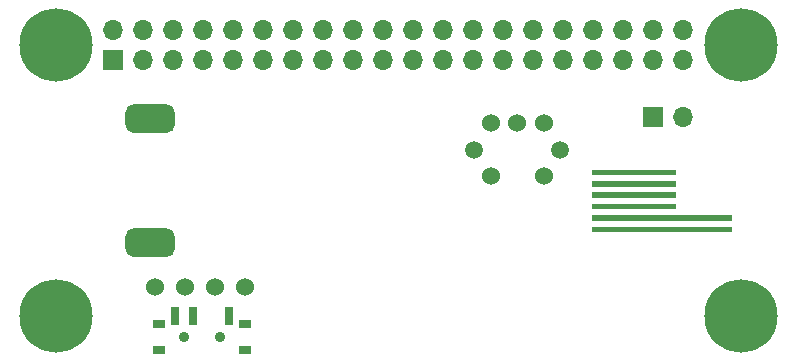
<source format=gbs>
G04 #@! TF.GenerationSoftware,KiCad,Pcbnew,(5.1.9)-1*
G04 #@! TF.CreationDate,2021-04-04T16:08:07-04:00*
G04 #@! TF.ProjectId,pi_zero_video_modulator,70695f7a-6572-46f5-9f76-6964656f5f6d,rev?*
G04 #@! TF.SameCoordinates,Original*
G04 #@! TF.FileFunction,Soldermask,Bot*
G04 #@! TF.FilePolarity,Negative*
%FSLAX46Y46*%
G04 Gerber Fmt 4.6, Leading zero omitted, Abs format (unit mm)*
G04 Created by KiCad (PCBNEW (5.1.9)-1) date 2021-04-04 16:08:07*
%MOMM*%
%LPD*%
G01*
G04 APERTURE LIST*
%ADD10C,0.100000*%
%ADD11C,1.500000*%
%ADD12C,1.524000*%
%ADD13R,1.000000X0.800000*%
%ADD14R,0.700000X1.500000*%
%ADD15C,0.900000*%
%ADD16O,1.700000X1.700000*%
%ADD17R,1.700000X1.700000*%
%ADD18C,6.200000*%
G04 APERTURE END LIST*
D10*
G36*
X73296780Y-43858180D02*
G01*
X61424820Y-43858180D01*
X61424820Y-43393360D01*
X73296780Y-43393360D01*
X73296780Y-43858180D01*
G37*
G36*
X73304400Y-42885360D02*
G01*
X61414660Y-42885360D01*
X61414660Y-42425620D01*
X73304400Y-42425620D01*
X73304400Y-42885360D01*
G37*
G36*
X68562220Y-41930320D02*
G01*
X61414660Y-41930320D01*
X61414660Y-41468040D01*
X68562220Y-41468040D01*
X68562220Y-41930320D01*
G37*
G36*
X68567300Y-40957500D02*
G01*
X61414660Y-40957500D01*
X61414660Y-40500300D01*
X68567300Y-40500300D01*
X68567300Y-40957500D01*
G37*
G36*
X68557140Y-40005000D02*
G01*
X61414660Y-40005000D01*
X61414660Y-39552880D01*
X68557140Y-39552880D01*
X68557140Y-40005000D01*
G37*
G36*
X68557140Y-39052500D02*
G01*
X61414660Y-39052500D01*
X61414660Y-38600380D01*
X68557140Y-38600380D01*
X68557140Y-39052500D01*
G37*
G36*
G01*
X25338000Y-46000000D02*
X22668000Y-46000000D01*
G75*
G02*
X21878000Y-45210000I0J790000D01*
G01*
X21878000Y-44290000D01*
G75*
G02*
X22668000Y-43500000I790000J0D01*
G01*
X25338000Y-43500000D01*
G75*
G02*
X26128000Y-44290000I0J-790000D01*
G01*
X26128000Y-45210000D01*
G75*
G02*
X25338000Y-46000000I-790000J0D01*
G01*
G37*
G36*
G01*
X25338000Y-35500000D02*
X22668000Y-35500000D01*
G75*
G02*
X21878000Y-34710000I0J790000D01*
G01*
X21878000Y-33790000D01*
G75*
G02*
X22668000Y-33000000I790000J0D01*
G01*
X25338000Y-33000000D01*
G75*
G02*
X26128000Y-33790000I0J-790000D01*
G01*
X26128000Y-34710000D01*
G75*
G02*
X25338000Y-35500000I-790000J0D01*
G01*
G37*
D11*
X58702000Y-36868000D03*
X51462000Y-36868000D03*
D12*
X57332000Y-34616000D03*
X55084000Y-34616000D03*
X52832000Y-34616000D03*
X57332000Y-39116000D03*
X52832000Y-39116000D03*
X32004000Y-48514000D03*
X29464000Y-48514000D03*
X26924000Y-48514000D03*
X24384000Y-48514000D03*
D13*
X32047200Y-51594800D03*
X24747200Y-51594800D03*
X24747200Y-53804800D03*
X32047200Y-53804800D03*
D14*
X26147200Y-50944800D03*
X27647200Y-50944800D03*
X30647200Y-50944800D03*
D15*
X26897200Y-52704800D03*
X29897200Y-52704800D03*
D16*
X69128640Y-34068420D03*
D17*
X66588640Y-34068420D03*
D16*
X69130000Y-26730000D03*
X69130000Y-29270000D03*
X66590000Y-26730000D03*
X66590000Y-29270000D03*
X64050000Y-26730000D03*
X64050000Y-29270000D03*
X61510000Y-26730000D03*
X61510000Y-29270000D03*
X58970000Y-26730000D03*
X58970000Y-29270000D03*
X56430000Y-26730000D03*
X56430000Y-29270000D03*
X53890000Y-26730000D03*
X53890000Y-29270000D03*
X51350000Y-26730000D03*
X51350000Y-29270000D03*
X48810000Y-26730000D03*
X48810000Y-29270000D03*
X46270000Y-26730000D03*
X46270000Y-29270000D03*
X43730000Y-26730000D03*
X43730000Y-29270000D03*
X41190000Y-26730000D03*
X41190000Y-29270000D03*
X38650000Y-26730000D03*
X38650000Y-29270000D03*
X36110000Y-26730000D03*
X36110000Y-29270000D03*
X33570000Y-26730000D03*
X33570000Y-29270000D03*
X31030000Y-26730000D03*
X31030000Y-29270000D03*
X28490000Y-26730000D03*
X28490000Y-29270000D03*
X25950000Y-26730000D03*
X25950000Y-29270000D03*
X23410000Y-26730000D03*
X23410000Y-29270000D03*
X20870000Y-26730000D03*
D17*
X20870000Y-29270000D03*
D18*
X16000000Y-51000000D03*
X74000000Y-28000000D03*
X74000000Y-51000000D03*
X16000000Y-28000000D03*
M02*

</source>
